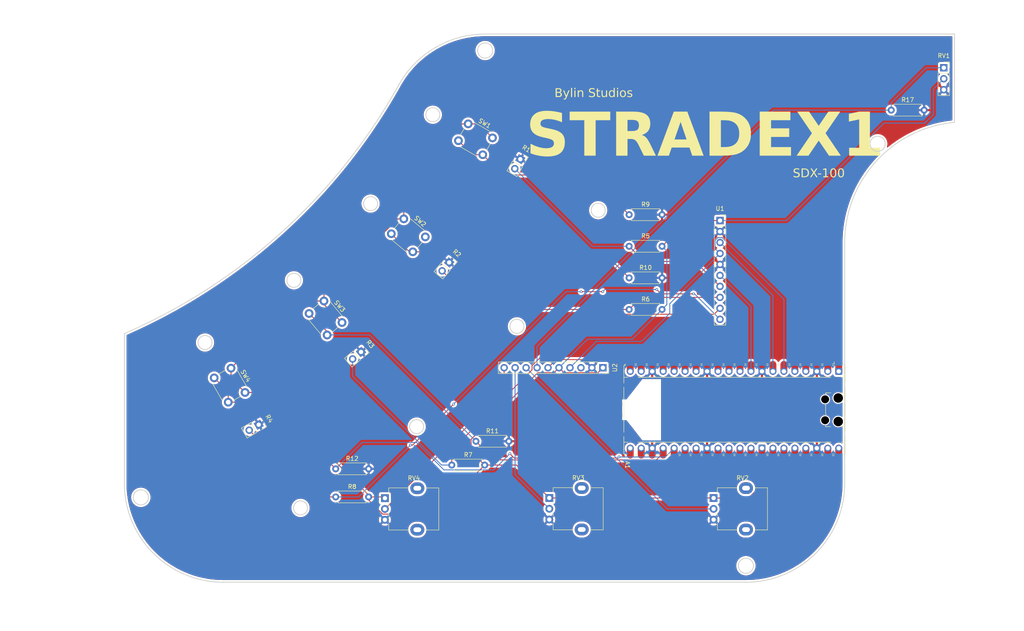
<source format=kicad_pcb>
(kicad_pcb (version 20241229) (generator "pcbnew") (generator_version "9.0")
  (layers (0 "F.Cu" signal) (2 "B.Cu" signal) (13 "F.Paste" user) (15 "B.Paste" user) (5 "F.SilkS" user "F.Silkscreen") (7 "B.SilkS" user "B.Silkscreen") (1 "F.Mask" user) (3 "B.Mask" user) (25 "Edge.Cuts" user))
  (net 0 "")
  (net 3 "GND")
  (net 8 "/SCL")
  (net 9 "+3.3V")
  (net 11 "/Vin")
  (net 13 "/SDA")
  (net 21 "/PB3")
  (net 23 "/PB2")
  (net 25 "/ALRT1")
  (net 27 "/PB4")
  (net 30 "/PB1")
  (net 32 "/ALRT2")
  (net 35 "/FSR1")
  (net 36 "/FSR2")
  (net 37 "/FSR3")
  (net 38 "/FSR4")
  (net 39 "/SPot")
  (net 40 "/P1")
  (net 41 "/P2")
  (net 42 "/P3")
  (footprint "Button_Switch_THT:SW_PUSH_6mm" (layer "F.Cu") (at 87.97574 94.158883 -50)
    (property "Reference" "SW3" (at 3.25 -2 130) (layer "F.SilkS"))
    (property "Value" "SW_Push")
    (pad "1" thru_hole circle (at 0 0 40) (size 2 2) (drill 1.1) (layers "*.Cu" "*.Mask") (net 9 "+3.3V"))
    (pad "1" thru_hole circle (at 6.5 -0.000001 40) (size 2 2) (drill 1.1) (layers "*.Cu" "*.Mask") (net 9 "+3.3V"))
    (pad "2" thru_hole circle (at 0 4.5 40) (size 2 2) (drill 1.1) (layers "*.Cu" "*.Mask") (net 21 "/PB3"))
    (pad "2" thru_hole circle (at 6.500001 4.5 40) (size 2 2) (drill 1.1) (layers "*.Cu" "*.Mask") (net 21 "/PB3"))
  )
  (footprint "Connector_PinSocket_2.54mm:PinSocket_1x03_P2.54mm_Vertical" (layer "F.Cu") (at 231.4194 40.1828)
    (property "Reference" "RV1" (at 0 -2.77 0) (layer "F.SilkS"))
    (property "Value" "SoftPot")
    (pad "1" thru_hole rect (at 0 0) (size 1.7 1.7) (drill 1) (layers "*.Cu" "*.Mask") (net 39 "/SPot"))
    (pad "2" thru_hole circle (at 0 2.54) (size 1.7 1.7) (drill 1) (layers "*.Cu" "*.Mask") (net 9 "+3.3V"))
    (pad "3" thru_hole circle (at 0 5.08) (size 1.7 1.7) (drill 1) (layers "*.Cu" "*.Mask") (net 3 "GND"))
  )
  (footprint "Connector_PinSocket_2.54mm:PinSocket_1x10_P2.54mm_Vertical" (layer "F.Cu") (at 179.6288 75.5396)
    (property "Reference" "U1" (at 0 -2.77 0) (layer "F.SilkS"))
    (property "Value" "ADS1115IDGS")
    (pad "1" thru_hole rect (at 0 0) (size 1.7 1.7) (drill 1) (layers "*.Cu" "*.Mask") (net 9 "+3.3V"))
    (pad "2" thru_hole circle (at 0 2.54) (size 1.7 1.7) (drill 1) (layers "*.Cu" "*.Mask") (net 3 "GND"))
    (pad "3" thru_hole circle (at 0 5.08) (size 1.7 1.7) (drill 1) (layers "*.Cu" "*.Mask") (net 8 "/SCL"))
    (pad "4" thru_hole circle (at 0 7.62) (size 1.7 1.7) (drill 1) (layers "*.Cu" "*.Mask") (net 13 "/SDA"))
    (pad "5" thru_hole circle (at 0 10.16) (size 1.7 1.7) (drill 1) (layers "*.Cu" "*.Mask") (net 3 "GND"))
    (pad "6" thru_hole circle (at 0 12.7) (size 1.7 1.7) (drill 1) (layers "*.Cu" "*.Mask") (net 25 "/ALRT1"))
    (pad "7" thru_hole circle (at 0 15.24) (size 1.7 1.7) (drill 1) (layers "*.Cu" "*.Mask") (net 35 "/FSR1"))
    (pad "8" thru_hole circle (at 0 17.78) (size 1.7 1.7) (drill 1) (layers "*.Cu" "*.Mask") (net 36 "/FSR2"))
    (pad "9" thru_hole circle (at 0 20.32) (size 1.7 1.7) (drill 1) (layers "*.Cu" "*.Mask") (net 37 "/FSR3"))
    (pad "10" thru_hole circle (at 0 22.86) (size 1.7 1.7) (drill 1) (layers "*.Cu" "*.Mask") (net 38 "/FSR4"))
  )
  (footprint "Connector_PinSocket_2.54mm:PinSocket_1x02_P2.54mm_Vertical" (layer "F.Cu") (at 133.412451 61.337768 -30)
    (property "Reference" "R1" (at 0 -2.769998 150) (layer "F.SilkS"))
    (property "Value" "FSR")
    (pad "1" thru_hole rect (at 0 0 330) (size 1.7 1.7) (drill 1) (layers "*.Cu" "*.Mask") (net 3 "GND"))
    (pad "2" thru_hole circle (at 0 2.54 330) (size 1.7 1.7) (drill 1) (layers "*.Cu" "*.Mask") (net 35 "/FSR1"))
  )
  (footprint "Resistor_THT:R_Axial_DIN0207_L6.3mm_D2.5mm_P7.62mm_Horizontal" (layer "F.Cu") (at 158.5976 74.182777)
    (property "Reference" "R9" (at 3.81 -2.37 0) (layer "F.SilkS"))
    (property "Value" "10k")
    (pad "1" thru_hole circle (at 0 0) (size 1.6 1.6) (drill 0.8) (layers "*.Cu" "*.Mask") (net 30 "/PB1"))
    (pad "2" thru_hole oval (at 7.62 0) (size 1.6 1.6) (drill 0.8) (layers "*.Cu" "*.Mask") (net 3 "GND"))
  )
  (footprint "Connector_PinSocket_2.54mm:PinSocket_1x02_P2.54mm_Vertical" (layer "F.Cu") (at 72.875432 122.789851 -60)
    (property "Reference" "R4" (at -0.000002 -2.769999 120) (layer "F.SilkS"))
    (property "Value" "FSR")
    (pad "1" thru_hole rect (at 0 0 300) (size 1.7 1.7) (drill 1) (layers "*.Cu" "*.Mask") (net 3 "GND"))
    (pad "2" thru_hole circle (at 0 2.54 300) (size 1.7 1.7) (drill 1) (layers "*.Cu" "*.Mask") (net 38 "/FSR4"))
  )
  (footprint "Button_Switch_THT:SW_PUSH_6mm" (layer "F.Cu") (at 121.345435 53.1634 -30)
    (property "Reference" "SW1" (at 3.249999 -2 150) (layer "F.SilkS"))
    (property "Value" "SW_Push")
    (pad "1" thru_hole circle (at 0 0 60) (size 2 2) (drill 1.1) (layers "*.Cu" "*.Mask") (net 9 "+3.3V"))
    (pad "1" thru_hole circle (at 6.5 0 60) (size 2 2) (drill 1.1) (layers "*.Cu" "*.Mask") (net 9 "+3.3V"))
    (pad "2" thru_hole circle (at -0.000001 4.499999 60) (size 2 2) (drill 1.1) (layers "*.Cu" "*.Mask") (net 30 "/PB1"))
    (pad "2" thru_hole circle (at 6.500001 4.5 60) (size 2 2) (drill 1.1) (layers "*.Cu" "*.Mask") (net 30 "/PB1"))
  )
  (footprint "Connector_PinSocket_2.54mm:PinSocket_1x02_P2.54mm_Vertical" (layer "F.Cu") (at 96.553825 105.946467 -50)
    (property "Reference" "R3" (at -0.000001 -2.769999 130) (layer "F.SilkS"))
    (property "Value" "FSR")
    (pad "1" thru_hole rect (at 0 0 310) (size 1.7 1.7) (drill 1) (layers "*.Cu" "*.Mask") (net 3 "GND"))
    (pad "2" thru_hole circle (at 0 2.54 310) (size 1.7 1.7) (drill 1) (layers "*.Cu" "*.Mask") (net 37 "/FSR3"))
  )
  (footprint "Resistor_THT:R_Axial_DIN0207_L6.3mm_D2.5mm_P7.62mm_Horizontal" (layer "F.Cu") (at 158.5976 88.806096)
    (property "Reference" "R10" (at 3.81 -2.37 0) (layer "F.SilkS"))
    (property "Value" "10k")
    (pad "1" thru_hole circle (at 0 0) (size 1.6 1.6) (drill 0.8) (layers "*.Cu" "*.Mask") (net 23 "/PB2"))
    (pad "2" thru_hole oval (at 7.62 0) (size 1.6 1.6) (drill 0.8) (layers "*.Cu" "*.Mask") (net 3 "GND"))
  )
  (footprint "Potentiometer_THT:Potentiometer_Alpha_RD901F-40-00D_Single_Vertical" (layer "F.Cu") (at 140.1248 139.7406)
    (property "Reference" "RV3" (at 6.71 -4.64 180) (layer "F.SilkS"))
    (property "Value" "R_Pot")
    (pad "" thru_hole oval (at 7.5 -2.3 90) (size 2.72 3.24) (drill oval 1.1 1.8) (layers "*.Cu" "*.Mask"))
    (pad "" thru_hole oval (at 7.5 7.3 90) (size 2.72 3.24) (drill oval 1.1 1.8) (layers "*.Cu" "*.Mask"))
    (pad "1" thru_hole rect (at 0 0 90) (size 1.8 1.8) (drill 1) (layers "*.Cu" "*.Mask") (net 9 "+3.3V"))
    (pad "2" thru_hole circle (at 0 2.5 90) (size 1.8 1.8) (drill 1) (layers "*.Cu" "*.Mask") (net 41 "/P2"))
    (pad "3" thru_hole circle (at 0 5 90) (size 1.8 1.8) (drill 1) (layers "*.Cu" "*.Mask") (net 3 "GND"))
  )
  (footprint "Resistor_THT:R_Axial_DIN0207_L6.3mm_D2.5mm_P7.62mm_Horizontal" (layer "F.Cu") (at 90.69 139.5)
    (property "Reference" "R8" (at 3.81 -2.37 0) (layer "F.SilkS"))
    (property "Value" "10k")
    (pad "1" thru_hole circle (at 0 0) (size 1.6 1.6) (drill 0.8) (layers "*.Cu" "*.Mask") (net 38 "/FSR4"))
    (pad "2" thru_hole oval (at 7.62 0) (size 1.6 1.6) (drill 0.8) (layers "*.Cu" "*.Mask") (net 9 "+3.3V"))
  )
  (footprint "Resistor_THT:R_Axial_DIN0207_L6.3mm_D2.5mm_P7.62mm_Horizontal" (layer "F.Cu") (at 158.597601 81.494439)
    (property "Reference" "R5" (at 3.81 -2.37 0) (layer "F.SilkS"))
    (property "Value" "10k")
    (pad "1" thru_hole circle (at 0 0) (size 1.6 1.6) (drill 0.8) (layers "*.Cu" "*.Mask") (net 35 "/FSR1"))
    (pad "2" thru_hole oval (at 7.62 0) (size 1.6 1.6) (drill 0.8) (layers "*.Cu" "*.Mask") (net 9 "+3.3V"))
  )
  (footprint "Resistor_THT:R_Axial_DIN0207_L6.3mm_D2.5mm_P7.62mm_Horizontal" (layer "F.Cu") (at 117.5512 132.1308)
    (property "Reference" "R7" (at 3.81 -2.37 0) (layer "F.SilkS"))
    (property "Value" "10k")
    (pad "1" thru_hole circle (at 0 0) (size 1.6 1.6) (drill 0.8) (layers "*.Cu" "*.Mask") (net 37 "/FSR3"))
    (pad "2" thru_hole oval (at 7.62 0) (size 1.6 1.6) (drill 0.8) (layers "*.Cu" "*.Mask") (net 9 "+3.3V"))
  )
  (footprint "Connector_PinSocket_2.54mm:PinSocket_1x10_P2.54mm_Vertical" (layer "F.Cu") (at 152.527 109.6006 -90)
    (property "Reference" "U2" (at 0 -2.77 90) (layer "F.SilkS"))
    (property "Value" "ADS1115IDGS")
    (pad "1" thru_hole rect (at 0 0 270) (size 1.7 1.7) (drill 1) (layers "*.Cu" "*.Mask") (net 9 "+3.3V"))
    (pad "2" thru_hole circle (at 0 2.54 270) (size 1.7 1.7) (drill 1) (layers "*.Cu" "*.Mask") (net 3 "GND"))
    (pad "3" thru_hole circle (at 0 5.08 270) (size 1.7 1.7) (drill 1) (layers "*.Cu" "*.Mask") (net 8 "/SCL"))
    (pad "4" thru_hole circle (at 0 7.62 270) (size 1.7 1.7) (drill 1) (layers "*.Cu" "*.Mask") (net 13 "/SDA"))
    (pad "5" thru_hole circle (at 0 10.16 270) (size 1.7 1.7) (drill 1) (layers "*.Cu" "*.Mask") (net 9 "+3.3V"))
    (pad "6" thru_hole circle (at 0 12.7 270) (size 1.7 1.7) (drill 1) (layers "*.Cu" "*.Mask") (net 32 "/ALRT2"))
    (pad "7" thru_hole circle (at 0 15.24 270) (size 1.7 1.7) (drill 1) (layers "*.Cu" "*.Mask") (net 39 "/SPot"))
    (pad "8" thru_hole circle (at 0 17.78 270) (size 1.7 1.7) (drill 1) (layers "*.Cu" "*.Mask") (net 40 "/P1"))
    (pad "9" thru_hole circle (at 0 20.32 270) (size 1.7 1.7) (drill 1) (layers "*.Cu" "*.Mask") (net 41 "/P2"))
    (pad "10" thru_hole circle (at 0 22.86 270) (size 1.7 1.7) (drill 1) (layers "*.Cu" "*.Mask") (net 42 "/P3"))
  )
  (footprint "Button_Switch_THT:SW_PUSH_6mm" (layer "F.Cu") (at 66.465157 109.700017 -60)
    (property "Reference" "SW4" (at 3.25 -2 120) (layer "F.SilkS"))
    (property "Value" "SW_Push")
    (pad "1" thru_hole circle (at 0 0 30) (size 2 2) (drill 1.1) (layers "*.Cu" "*.Mask") (net 9 "+3.3V"))
    (pad "1" thru_hole circle (at 6.5 -0.000001 30) (size 2 2) (drill 1.1) (layers "*.Cu" "*.Mask") (net 9 "+3.3V"))
    (pad "2" thru_hole circle (at 0 4.5 30) (size 2 2) (drill 1.1) (layers "*.Cu" "*.Mask") (net 27 "/PB4"))
    (pad "2" thru_hole circle (at 6.500001 4.5 30) (size 2 2) (drill 1.1) (layers "*.Cu" "*.Mask") (net 27 "/PB4"))
  )
  (footprint "Potentiometer_THT:Potentiometer_Alpha_RD901F-40-00D_Single_Vertical" (layer "F.Cu") (at 178.1456 139.7654)
    (property "Reference" "RV2" (at 6.71 -4.64 180) (layer "F.SilkS"))
    (property "Value" "R_Pot")
    (pad "" thru_hole oval (at 7.5 -2.3 90) (size 2.72 3.24) (drill oval 1.1 1.8) (layers "*.Cu" "*.Mask"))
    (pad "" thru_hole oval (at 7.5 7.3 90) (size 2.72 3.24) (drill oval 1.1 1.8) (layers "*.Cu" "*.Mask"))
    (pad "1" thru_hole rect (at 0 0 90) (size 1.8 1.8) (drill 1) (layers "*.Cu" "*.Mask") (net 9 "+3.3V"))
    (pad "2" thru_hole circle (at 0 2.5 90) (size 1.8 1.8) (drill 1) (layers "*.Cu" "*.Mask") (net 40 "/P1"))
    (pad "3" thru_hole circle (at 0 5 90) (size 1.8 1.8) (drill 1) (layers "*.Cu" "*.Mask") (net 3 "GND"))
  )
  (footprint "Resistor_THT:R_Axial_DIN0207_L6.3mm_D2.5mm_P7.62mm_Horizontal" (layer "F.Cu") (at 158.597601 96.117758)
    (property "Reference" "R6" (at 3.81 -2.37 0) (layer "F.SilkS"))
    (property "Value" "10k")
    (pad "1" thru_hole circle (at 0 0) (size 1.6 1.6) (drill 0.8) (layers "*.Cu" "*.Mask") (net 36 "/FSR2"))
    (pad "2" thru_hole oval (at 7.62 0) (size 1.6 1.6) (drill 0.8) (layers "*.Cu" "*.Mask") (net 9 "+3.3V"))
  )
  (footprint "Button_Switch_THT:SW_PUSH_6mm" (layer "F.Cu") (at 106.450511 75.146081 -40)
    (property "Reference" "SW2" (at 3.25 -2 140) (layer "F.SilkS"))
    (property "Value" "SW_Push")
    (pad "1" thru_hole circle (at 0 0 50) (size 2 2) (drill 1.1) (layers "*.Cu" "*.Mask") (net 9 "+3.3V"))
    (pad "1" thru_hole circle (at 6.5 0 50) (size 2 2) (drill 1.1) (layers "*.Cu" "*.Mask") (net 9 "+3.3V"))
    (pad "2" thru_hole circle (at 0 4.5 50) (size 2 2) (drill 1.1) (layers "*.Cu" "*.Mask") (net 23 "/PB2"))
    (pad "2" thru_hole circle (at 6.500001 4.5 50) (size 2 2) (drill 1.1) (layers "*.Cu" "*.Mask") (net 23 "/PB2"))
  )
  (footprint "Potentiometer_THT:Potentiometer_Alpha_RD901F-40-00D_Single_Vertical" (layer "F.Cu") (at 102.0756 139.7908)
    (property "Reference" "RV4" (at 6.71 -4.64 180) (layer "F.SilkS"))
    (property "Value" "R_Pot")
    (pad "" thru_hole oval (at 7.5 -2.3 90) (size 2.72 3.24) (drill oval 1.1 1.8) (layers "*.Cu" "*.Mask"))
    (pad "" thru_hole oval (at 7.5 7.3 90) (size 2.72 3.24) (drill oval 1.1 1.8) (layers "*.Cu" "*.Mask"))
    (pad "1" thru_hole rect (at 0 0 90) (size 1.8 1.8) (drill 1) (layers "*.Cu" "*.Mask") (net 9 "+3.3V"))
    (pad "2" thru_hole circle (at 0 2.5 90) (size 1.8 1.8) (drill 1) (layers "*.Cu" "*.Mask") (net 42 "/P3"))
    (pad "3" thru_hole circle (at 0 5 90) (size 1.8 1.8) (drill 1) (layers "*.Cu" "*.Mask") (net 3 "GND"))
  )
  (footprint "Resistor_THT:R_Axial_DIN0207_L6.3mm_D2.5mm_P7.62mm_Horizontal" (layer "F.Cu") (at 123.1392 126.619)
    (property "Reference" "R11" (at 3.81 -2.37 0) (layer "F.SilkS"))
    (property "Value" "10k")
    (pad "1" thru_hole circle (at 0 0) (size 1.6 1.6) (drill 0.8) (layers "*.Cu" "*.Mask") (net 21 "/PB3"))
    (pad "2" thru_hole oval (at 7.62 0) (size 1.6 1.6) (drill 0.8) (layers "*.Cu" "*.Mask") (net 3 "GND"))
  )
  (footprint "Connector_PinSocket_2.54mm:PinSocket_1x02_P2.54mm_Vertical" (layer "F.Cu") (at 116.951436 85.240714 -40)
    (property "Reference" "R2" (at 0 -2.769999 140) (layer "F.SilkS"))
    (property "Value" "FSR")
    (pad "1" thru_hole rect (at 0 0 320) (size 1.7 1.7) (drill 1) (layers "*.Cu" "*.Mask") (net 3 "GND"))
    (pad "2" thru_hole circle (at 0 2.54 320) (size 1.7 1.7) (drill 1) (layers "*.Cu" "*.Mask") (net 36 "/FSR2"))
  )
  (footprint "Module:RaspberryPi_Pico_Common_Unspecified" (layer "F.Cu") (at 182.9851 119.3292 -90)
    (property "Reference" "A1" (at 11.7475 24.765 270) (layer "F.SilkS") (effects (justify left)))
    (property "Value" "RaspberryPi_Pico")
    (pad "" np_thru_hole circle (at -2.725 -24 270) (size 2.2 2.2) (drill 2.2) (layers "*.Mask"))
    (pad "" np_thru_hole circle (at -2.425 -20.97 270) (size 1.85 1.85) (drill 1.85) (layers "*.Mask"))
    (pad "" np_thru_hole circle (at 2.425 -20.97 270) (size 1.85 1.85) (drill 1.85) (layers "*.Mask"))
    (pad "" np_thru_hole circle (at 2.725 -24 270) (size 2.2 2.2) (drill 2.2) (layers "*.Mask"))
    (pad "1" smd custom (at -9.69 -24.13 270) (size 1.6 0.8) (layers "F.Cu" "F.Mask") (options (clearance outline) (anchor rect)) (primitives (gr_circle (center 0.8 0) (end 1.6 0) (width 0) (fill yes)) (gr_poly (pts (xy -1.6 -0.6) (xy -1.6 0.6) (xy -1.4 0.8) (xy 0.8 0.8) (xy 0.8 -0.8) (xy -1.4 -0.8)) (width 0) (fill yes)) (gr_circle (center -1.4 -0.6) (end -1.2 -0.6) (width 0) (fill yes)) (gr_circle (center -1.4 0.6) (end -1.2 0.6) (width 0) (fill yes))))
    (pad "1" thru_hole roundrect (at -8.89 -24.13 270) (size 1.6 1.6) (drill 1) (layers "*.Cu" "*.Mask") (roundrect_rratio 0.125))
    (pad "2" smd roundrect (at -9.69 -21.59 270) (size 3.2 1.6) (layers "F.Cu" "F.Mask") (roundrect_rratio 0.5))
    (pad "2" thru_hole circle (at -8.89 -21.59 270) (size 1.6 1.6) (drill 1) (layers "*.Cu" "*.Mask"))
    (pad "3" smd custom (at -9.69 -19.05 270) (size 1.6 0.8) (layers "F.Cu" "F.Mask") (net 3 "GND") (options (clearance outline) (anchor rect)) (primitives (gr_circle (center -0.8 0) (end 0 0) (width 0) (fill yes)) (gr_poly (pts (xy 1.6 -0.6) (xy 1.6 0.6) (xy 1.4 0.8) (xy -0.8 0.8) (xy -0.8 -0.8) (xy 1.4 -0.8)) (width 0) (fill yes)) (gr_circle (center 1.4 -0.6) (end 1.6 -0.6) (width 0) (fill yes)) (gr_circle (center 1.4 0.6) (end 1.6 0.6) (width 0) (fill yes))))
    (pad "3" thru_hole custom (at -8.89 -19.05 270) (size 1.6 1.6) (drill 1) (layers "*.Cu" "*.Mask") (net 3 "GND") (options (clearance outline) (anchor circle)) (primitives (gr_poly (pts (xy 0.8 0.6) (xy 0.8 -0.6) (xy 0.6 -0.8) (xy 0 -0.8) (xy 0 0.8) (xy 0.6 0.8)) (width 0) (fill yes)) (gr_circle (center 0.6 0.6) (end 0.8 0.6) (width 0) (fill yes)) (gr_circle (center 0.6 -0.6) (end 0.8 -0.6) (width 0) (fill yes))))
    (pad "4" smd roundrect (at -9.69 -16.51 270) (size 3.2 1.6) (layers "F.Cu" "F.Mask") (roundrect_rratio 0.5))
    (pad "4" thru_hole circle (at -8.89 -16.51 270) (size 1.6 1.6) (drill 1) (layers "*.Cu" "*.Mask"))
    (pad "5" smd roundrect (at -9.69 -13.97 270) (size 3.2 1.6) (layers "F.Cu" "F.Mask") (roundrect_rratio 0.5))
    (pad "5" thru_hole circle (at -8.89 -13.97 270) (size 1.6 1.6) (drill 1) (layers "*.Cu" "*.Mask"))
    (pad "6" smd roundrect (at -9.69 -11.43 270) (size 3.2 1.6) (layers "F.Cu" "F.Mask") (roundrect_rratio 0.5) (net 13 "/SDA"))
    (pad "6" thru_hole circle (at -8.89 -11.43 270) (size 1.6 1.6) (drill 1) (layers "*.Cu" "*.Mask") (net 13 "/SDA"))
    (pad "7" smd roundrect (at -9.69 -8.89 270) (size 3.2 1.6) (layers "F.Cu" "F.Mask") (roundrect_rratio 0.5) (net 8 "/SCL"))
    (pad "7" thru_hole circle (at -8.89 -8.89 270) (size 1.6 1.6) (drill 1) (layers "*.Cu" "*.Mask") (net 8 "/SCL"))
    (pad "8" smd custom (at -9.69 -6.35 270) (size 1.6 0.8) (layers "F.Cu" "F.Mask") (net 3 "GND") (options (clearance outline) (anchor rect)) (primitives (gr_circle (center -0.8 0) (end 0 0) (width 0) (fill yes)) (gr_poly (pts (xy 1.6 -0.6) (xy 1.6 0.6) (xy 1.4 0.8) (xy -0.8 0.8) (xy -0.8 -0.8) (xy 1.4 -0.8)) (width 0) (fill yes)) (gr_circle (center 1.4 -0.6) (end 1.6 -0.6) (width 0) (fill yes)) (gr_circle (center 1.4 0.6) (end 1.6 0.6) (width 0) (fill yes))))
    (pad "8" thru_hole custom (at -8.89 -6.35 270) (size 1.6 1.6) (drill 1) (layers "*.Cu" "*.Mask") (net 3 "GND") (options (clearance outline) (anchor circle)) (primitives (gr_poly (pts (xy 0.8 0.6) (xy 0.8 -0.6) (xy 0.6 -0.8) (xy 0 -0.8) (xy 0 0.8) (xy 0.6 0.8)) (width 0) (fill yes)) (gr_circle (center 0.6 0.6) (end 0.8 0.6) (width 0) (fill yes)) (gr_circle (center 0.6 -0.6) (end 0.8 -0.6) (width 0) (fill yes))))
    (pad "9" smd roundrect (at -9.69 -3.81 270) (size 3.2 1.6) (layers "F.Cu" "F.Mask") (roundrect_rratio 0.5) (net 25 "/ALRT1"))
    (pad "9" thru_hole circle (at -8.89 -3.81 270) (size 1.6 1.6) (drill 1) (layers "*.Cu" "*.Mask") (net 25 "/ALRT1"))
    (pad "10" smd roundrect (at -9.69 -1.27 270) (size 3.2 1.6) (layers "F.Cu" "F.Mask") (roundrect_rratio 0.5) (net 32 "/ALRT2"))
    (pad "10" thru_hole circle (at -8.89 -1.27 270) (size 1.6 1.6) (drill 1) (layers "*.Cu" "*.Mask") (net 32 "/ALRT2"))
    (pad "11" smd roundrect (at -9.69 1.27 270) (size 3.2 1.6) (layers "F.Cu" "F.Mask") (roundrect_rratio 0.5))
    (pad "11" thru_hole circle (at -8.89 1.27 270) (size 1.6 1.6) (drill 1) (layers "*.Cu" "*.Mask"))
    (pad "12" smd roundrect (at -9.69 3.81 270) (size 3.2 1.6) (layers "F.Cu" "F.Mask") (roundrect_rratio 0.5))
    (pad "12" thru_hole circle (at -8.89 3.81 270) (size 1.6 1.6) (drill 1) (layers "*.Cu" "*.Mask"))
    (pad "13" smd custom (at -9.69 6.35 270) (size 1.6 0.8) (layers "F.Cu" "F.Mask") (net 3 "GND") (options (clearance outline) (anchor rect)) (primitives (gr_circle (center -0.8 0) (end 0 0) (width 0) (fill yes)) (gr_poly (pts (xy 1.6 -0.6) (xy 1.6 0.6) (xy 1.4 0.8) (xy -0.8 0.8) (xy -0.8 -0.8) (xy 1.4 -0.8)) (width 0) (fill yes)) (gr_circle (center 1.4 -0.6) (end 1.6 -0.6) (width 0) (fill yes)) (gr_circle (center 1.4 0.6) (end 1.6 0.6) (width 0) (fill yes))))
    (pad "13" thru_hole custom (at -8.89 6.35 270) (size 1.6 1.6) (drill 1) (layers "*.Cu" "*.Mask") (net 3 "GND") (options (clearance outline) (anchor circle)) (primitives (gr_poly (pts (xy 0.8 0.6) (xy 0.8 -0.6) (xy 0.6 -0.8) (xy 0 -0.8) (xy 0 0.8) (xy 0.6 0.8)) (width 0) (fill yes)) (gr_circle (center 0.6 0.6) (end 0.8 0.6) (width 0) (fill yes)) (gr_circle (center 0.6 -0.6) (end 0.8 -0.6) (width 0) (fill yes))))
    (pad "14" smd roundrect (at -9.69 8.89 270) (size 3.2 1.6) (layers "F.Cu" "F.Mask") (roundrect_rratio 0.5))
    (pad "14" thru_hole circle (at -8.89 8.89 270) (size 1.6 1.6) (drill 1) (layers "*.Cu" "*.Mask"))
    (pad "15" smd roundrect (at -9.69 11.43 270) (size 3.2 1.6) (layers "F.Cu" "F.Mask") (roundrect_rratio 0.5))
    (pad "15" thru_hole circle (at -8.89 11.43 270) (size 1.6 1.6) (drill 1) (layers "*.Cu" "*.Mask"))
    (pad "16" smd roundrect (at -9.69 13.97 270) (size 3.2 1.6) (layers "F.Cu" "F.Mask") (roundrect_rratio 0.5))
    (pad "16" thru_hole circle (at -8.89 13.97 270) (size 1.6 1.6) (drill 1) (layers "*.Cu" "*.Mask"))
    (pad "17" smd roundrect (at -9.69 16.51 270) (size 3.2 1.6) (layers "F.Cu" "F.Mask") (roundrect_rratio 0.5))
    (pad "17" thru_hole circle (at -8.89 16.51 270) (size 1.6 1.6) (drill 1) (layers "*.Cu" "*.Mask"))
    (pad "18" smd custom (at -9.69 19.05 270) (size 1.6 0.8) (layers "F.Cu" "F.Mask") (net 3 "GND") (options (clearance outline) (anchor rect)) (primitives (gr_circle (center -0.8 0) (end 0 0) (width 0) (fill yes)) (gr_poly (pts (xy 1.6 -0.6) (xy 1.6 0.6) (xy 1.4 0.8) (xy -0.8 0.8) (xy -0.8 -0.8) (xy 1.4 -0.8)) (width 0) (fill yes)) (gr_circle (center 1.4 -0.6) (end 1.6 -0.6) (width 0) (fill yes)) (gr_circle (center 1.4 0.6) (end 1.6 0.6) (width 0) (fill yes))))
    (pad "18" thru_hole custom (at -8.89 19.05 270) (size 1.6 1.6) (drill 1) (layers "*.Cu" "*.Mask") (net 3 "GND") (options (clearance outline) (anchor circle)) (primitives (gr_poly (pts (xy 0.8 0.6) (xy 0.8 -0.6) (xy 0.6 -0.8) (xy 0 -0.8) (xy 0 0.8) (xy 0.6 0.8)) (width 0) (fill yes)) (gr_circle (center 0.6 0.6) (end 0.8 0.6) (width 0) (fill yes)) (gr_circle (center 0.6 -0.6) (end 0.8 -0.6) (width 0) (fill yes))))
    (pad "19" smd roundrect (at -9.69 21.59 270) (size 3.2 1.6) (layers "F.Cu" "F.Mask") (roundrect_rratio 0.5))
    (pad "19" thru_hole circle (at -8.89 21.59 270) (size 1.6 1.6) (drill 1) (layers "*.Cu" "*.Mask"))
    (pad "20" smd roundrect (at -9.69 24.13 270) (size 3.2 1.6) (layers "F.Cu" "F.Mask") (roundrect_rratio 0.5))
    (pad "20" thru_hole circle (at -8.89 24.13 270) (size 1.6 1.6) (drill 1) (layers "*.Cu" "*.Mask"))
    (pad "21" thru_hole circle (at 8.89 24.13 270) (size 1.6 1.6) (drill 1) (layers "*.Cu" "*.Mask") (net 30 "/PB1"))
    (pad "21" smd roundrect (at 9.69 24.13 270) (size 3.2 1.6) (layers "F.Cu" "F.Mask") (roundrect_rratio 0.5) (net 30 "/PB1"))
    (pad "22" thru_hole circle (at 8.89 21.59 270) (size 1.6 1.6) (drill 1) (layers "*.Cu" "*.Mask") (net 23 "/PB2"))
    (pad "22" smd roundrect (at 9.69 21.59 270) (size 3.2 1.6) (layers "F.Cu" "F.Mask") (roundrect_rratio 0.5) (net 23 "/PB2"))
    (pad "23" thru_hole custom (at 8.89 19.05 270) (size 1.6 1.6) (drill 1) (layers "*.Cu" "*.Mask") (net 3 "GND") (options (clearance outline) (anchor circle)) (primitives (gr_poly (pts (xy -0.8 0.6) (xy -0.8 -0.6) (xy -0.6 -0.8) (xy 0 -0.8) (xy 0 0.8) (xy -0.6 0.8)) (width 0) (fill yes)) (gr_circle (center -0.6 0.6) (end -0.4 0.6) (width 0) (fill yes)) (gr_circle (center -0.6 -0.6) (end -0.4 -0.6) (width 0) (fill yes))))
    (pad "23" smd custom (at 9.69 19.05 270) (size 1.6 0.8) (layers "F.Cu" "F.Mask") (net 3 "GND") (options (clearance outline) (anchor rect)) (primitives (gr_circle (center 0.8 0) (end 1.6 0) (width 0) (fill yes)) (gr_poly (pts (xy -1.6 -0.6) (xy -1.6 0.6) (xy -1.4 0.8) (xy 0.8 0.8) (xy 0.8 -0.8) (xy -1.4 -0.8)) (width 0) (fill yes)) (gr_circle (center -1.4 -0.6) (end -1.2 -0.6) (width 0) (fill yes)) (gr_circle (center -1.4 0.6) (end -1.2 0.6) (width 0) (fill yes))))
    (pad "24" thru_hole circle (at 8.89 16.51 270) (size 1.6 1.6) (drill 1) (layers "*.Cu" "*.Mask") (net 21 "/PB3"))
    (pad "24" smd roundrect (at 9.69 16.51 270) (size 3.2 1.6) (layers "F.Cu" "F.Mask") (roundrect_rratio 0.5) (net 21 "/PB3"))
    (pad "25" thru_hole circle (at 8.89 13.97 270) (size 1.6 1.6) (drill 1) (layers "*.Cu" "*.Mask") (net 27 "/PB4"))
    (pad "25" smd roundrect (at 9.69 13.97 270) (size 3.2 1.6) (layers "F.Cu" "F.Mask") (roundrect_rratio 0.5) (net 27 "/PB4"))
    (pad "26" thru_hole circle (at 8.89 11.43 270) (size 1.6 1.6) (drill 1) (layers "*.Cu" "*.Mask"))
    (pad "26" smd roundrect (at 9.69 11.43 270) (size 3.2 1.6) (layers "F.Cu" "F.Mask") (roundrect_rratio 0.5))
    (pad "27" thru_hole circle (at 8.89 8.89 270) (size 1.6 1.6) (drill 1) (layers "*.Cu" "*.Mask"))
    (pad "27" smd roundrect (at 9.69 8.89 270) (size 3.2 1.6) (layers "F.Cu" "F.Mask") (roundrect_rratio 0.5))
    (pad "28" thru_hole custom (at 8.89 6.35 270) (size 1.6 1.6) (drill 1) (layers "*.Cu" "*.Mask") (net 3 "GND") (options (clearance outline) (anchor circle)) (primitives (gr_poly (pts (xy -0.8 0.6) (xy -0.8 -0.6) (xy -0.6 -0.8) (xy 0 -0.8) (xy 0 0.8) (xy -0.6 0.8)) (width 0) (fill yes)) (gr_circle (center -0.6 0.6) (end -0.4 0.6) (width 0) (fill yes)) (gr_circle (center -0.6 -0.6) (end -0.4 -0.6) (width 0) (fill yes))))
    (pad "28" smd custom (at 9.69 6.35 270) (size 1.6 0.8) (layers "F.Cu" "F.Mask") (net 3 "GND") (options (clearance outline) (anchor rect)) (primitives (gr_circle (center 0.8 0) (end 1.6 0) (width 0) (fill yes)) (gr_poly (pts (xy -1.6 -0.6) (xy -1.6 0.6) (xy -1.4 0.8) (xy 0.8 0.8) (xy 0.8 -0.8) (xy -1.4 -0.8)) (width 0) (fill yes)) (gr_circle (center -1.4 -0.6) (end -1.2 -0.6) (width 0) (fill yes)) (gr_circle (center -1.4 0.6) (end -1.2 0.6) (width 0) (fill yes))))
    (pad "29" thru_hole circle (at 8.89 3.81 270) (size 1.6 1.6) (drill 1) (layers "*.Cu" "*.Mask"))
    (pad "29" smd roundrect (at 9.69 3.81 270) (size 3.2 1.6) (layers "F.Cu" "F.Mask") (roundrect_rratio 0.5))
    (pad "30" thru_hole circle (at 8.89 1.27 270) (size 1.6 1.6) (drill 1) (layers "*.Cu" "*.Mask"))
    (pad "30" smd roundrect (at 9.69 1.27 270) (size 3.2 1.6) (layers "F.Cu" "F.Mask") (roundrect_rratio 0.5))
    (pad "31" thru_hole circle (at 8.89 -1.27 270) (size 1.6 1.6) (drill 1) (layers "*.Cu" "*.Mask"))
    (pad "31" smd roundrect (at 9.69 -1.27 270) (size 3.2 1.6) (layers "F.Cu" "F.Mask") (roundrect_rratio 0.5))
    (pad "32" thru_hole circle (at 8.89 -3.81 270) (size 1.6 1.6) (drill 1) (layers "*.Cu" "*.Mask"))
    (pad "32" smd roundrect (at 9.69 -3.81 270) (size 3.2 1.6) (layers "F.Cu" "F.Mask") (roundrect_rratio 0.5))
    (pad "33" thru_hole custom (at 8.89 -6.35 270) (size 1.6 1.6) (drill 1) (layers "*.Cu" "*.Mask") (options (clearance outline) (anchor circle)) (primitives (gr_poly (pts (xy -0.8 0.6) (xy -0.8 -0.6) (xy -0.6 -0.8) (xy 0 -0.8) (xy 0 0.8) (xy -0.6 0.8)) (width 0) (fill yes)) (gr_circle (center -0.6 0.6) (end -0.4 0.6) (width 0) (fill yes)) (gr_circle (center -0.6 -0.6) (end -0.4 -0.6) (width 0) (fill yes))))
    (pad "33" smd custom (at 9.69 -6.35 270) (size 1.6 0.8) (layers "F.Cu" "F.Mask") (options (clearance outline) (anchor rect)) (primitives (gr_circle (center 0.8 0) (end 1.6 0) (width 0) (fill yes)) (gr_poly (pts (xy -1.6 -0.6) (xy -1.6 0.6) (xy -1.4 0.8) (xy 0.8 0.8) (xy 0.8 -0.8) (xy -1.4 -0.8)) (width 0) (fill yes)) (gr_circle (center -1.4 -0.6) (end -1.2 -0.6) (width 0) (fill yes)) (gr_circle (center -1.4 0.6) (end -1.2 0.6) (width 0) (fill yes))))
    (pad "34" thru_hole circle (at 8.89 -8.89 270) (size 1.6 1.6) (drill 1) (layers "*.Cu" "*.Mask"))
    (pad "34" smd roundrect (at 9.69 -8.89 270) (size 3.2 1.6) (layers "F.Cu" "F.Mask") (roundrect_rratio 0.5))
    (pad "35" thru_hole circle (at 8.89 -11.43 270) (size 1.6 1.6) (drill 1) (layers "*.Cu" "*.Mask"))
    (pad "35" smd roundrect (at 9.69 -11.43 270) (size 3.2 1.6) (layers "F.Cu" "F.Mask") (roundrect_rratio 0.5))
    (pad "36" thru_hole circle (at 8.89 -13.97 270) (size 1.6 1.6) (drill 1) (layers "*.Cu" "*.Mask") (net 9 "+3.3V"))
    (pad "36" smd roundrect (at 9.69 -13.97 270) (size 3.2 1.6) (layers "F.Cu" "F.Mask") (roundrect_rratio 0.5) (net 9 "+3.3V"))
    (pad "37" thru_hole circle (at 8.89 -16.51 270) (size 1.6 1.6) (drill 1) (layers "*.Cu" "*.Mask"))
    (pad "37" smd roundrect (at 9.69 -16.51 270) (size 3.2 1.6) (layers "F.Cu" "F.Mask") (roundrect_rratio 0.5))
    (pad "38" thru_hole custom (at 8.89 -19.05 270) (size 1.6 1.6) (drill 1) (layers "*.Cu" "*.Mask") (net 3 "GND") (options (clearance outline) (anchor circle)) (primitives (gr_poly (pts (xy -0.8 0.6) (xy -0.8 -0.6) (xy -0.6 -0.8) (xy 0 -0.8) (xy 0 0.8) (xy -0.6 0.8)) (width 0) (fill yes)) (gr_circle (center -0.6 0.6) (end -0.4 0.6) (width 0) (fill yes)) (gr_circle (center -0.6 -0.6) (end -0.4 -0.6) (width 0) (fill yes))))
    (pad "38" smd custom (at 9.69 -19.05 270) (size 1.6 0.8) (layers "F.Cu" "F.Mask") (net 3 "GND") (options (clearance outline) (anchor rect)) (primitives (gr_circle (center 0.8 0) (end 1.6 0) (width 0) (fill yes)) (gr_poly (pts (xy -1.6 -0.6) (xy -1.6 0.6) (xy -1.4 0.8) (xy 0.8 0.8) (xy 0.8 -0.8) (xy -1.4 -0.8)) (width 0) (fill yes)) (gr_circle (center -1.4 -0.6) (end -1.2 -0.6) (width 0) (fill yes)) (gr_circle (center -1.4 0.6) (end -1.2 0.6) (width 0) (fill yes))))
    (pad "39" thru_hole circle (at 8.89 -21.59 270) (size 1.6 1.6) (drill 1) (layers "*.Cu" "*.Mask"))
    (pad "39" smd roundrect (at 9.69 -21.59 270) (size 3.2 1.6) (layers "F.Cu" "F.Mask") (roundrect_rratio 0.5))
    (pad "40" thru_hole circle (at 8.89 -24.13 270) (size 1.6 1.6) (drill 1) (layers "*.Cu" "*.Mask") (net 11 "/Vin"))
    (pad "40" smd roundrect (at 9.69 -24.13 270) (size 3.2 1.6) (layers "F.Cu" "F.Mask") (roundrect_rratio 0.5) (net 11 "/Vin"))
    (zone (net 0) (net_name "") (layers "F.Cu" "B.Cu" "F.Paste" "B.Paste") (name "Antenna Copper Keep Out") (connect_pads (clearance 0)) (min_thickness 0.254)
      (keepout (tracks not_allowed) (vias not_allowed) (pads not_allowed) (copperpour not_allowed) (footprints allowed))
      (fill (thermal_gap 0.508) (thermal_bridge_width 0.508))
      (polygon (pts (xy 157.995205 116.9292) (xy 161.645205 112.2292) (xy 165.9851 112.2292) (xy 165.9851 126.4292) (xy 161.645205 126.4292) (xy 157.995205 121.7292) (xy 156.9851 121.7292) (xy 156.9851 116.9292)))
    )
    (zone (net 0) (net_name "") (layers "F.Cu" "F.Paste") (name "Pad Keep Out D1-W") (connect_pads (clearance 0)) (min_thickness 0.25)
      (keepout (tracks not_allowed) (vias not_allowed) (pads not_allowed) (copperpour not_allowed) (footprints allowed))
      (fill (thermal_gap 0.5) (thermal_bridge_width 0.5))
      (polygon (pts (xy 176.2977 120.7007) (xy 176.2977 119.9133) (xy 178.2725 119.9133) (xy 178.2725 120.7007) (xy 178.270578 120.7401) (xy 178.240423 120.812902) (xy 178.184702 120.868623) (xy 178.1119 120.898778) (xy 178.0725 120.9007) (xy 176.4977 120.9007) (xy 176.4583 120.898778) (xy 176.385498 120.868623) (xy 176.329777 120.812902) (xy 176.299622 120.7401)))
    )
    (zone (net 0) (net_name "") (layers "F.Cu" "F.Paste") (name "Pad Keep Out D1-W") (connect_pads (clearance 0)) (min_thickness 0.25)
      (keepout (tracks not_allowed) (vias not_allowed) (pads not_allowed) (copperpour not_allowed) (footprints allowed))
      (fill (thermal_gap 0.5) (thermal_bridge_width 0.5))
      (polygon (pts (xy 178.184702 118.957978) (xy 178.240422 119.013698) (xy 178.270578 119.0865) (xy 178.2725 119.1259) (xy 178.2725 119.9133) (xy 176.2977 119.9133) (xy 176.2977 119.1259) (xy 176.299622 119.0865) (xy 176.329778 119.013698) (xy 176.385498 118.957978) (xy 176.4583 118.927822) (xy 176.4977 118.9259) (xy 178.0725 118.9259) (xy 178.1119 118.927822)))
    )
    (zone (net 0) (net_name "") (layers "F.Cu" "F.Paste") (name "Pad Keep Out TP7") (connect_pads (clearance 0)) (min_thickness 0.25)
      (keepout (tracks not_allowed) (vias not_allowed) (pads not_allowed) (copperpour not_allowed) (footprints allowed))
      (fill (thermal_gap 0.5) (thermal_bridge_width 0.5))
      (polygon (pts (xy 187.0351 120.3292) (xy 187.0351 120.7792) (xy 187.037239 120.844745) (xy 187.071167 120.971367) (xy 187.136712 121.084894) (xy 187.229406 121.177588) (xy 187.342933 121.243133) (xy 187.469555 121.277061) (xy 187.5351 121.2792) (xy 188.4351 121.2792) (xy 188.500645 121.277061) (xy 188.627267 121.243133) (xy 188.740794 121.177588) (xy 188.833488 121.084894) (xy 188.899033 120.971367) (xy 188.932961 120.844745) (xy 188.9351 120.7792) (xy 188.9351 120.3292)))
    )
    (zone (net 0) (net_name "") (layers "F.Cu" "F.Paste") (name "Pad Keep Out TP7") (connect_pads (clearance 0)) (min_thickness 0.25)
      (keepout (tracks not_allowed) (vias not_allowed) (pads not_allowed) (copperpour not_allowed) (footprints allowed))
      (fill (thermal_gap 0.5) (thermal_bridge_width 0.5))
      (polygon (pts (xy 188.500645 119.381339) (xy 188.627267 119.415268) (xy 188.740794 119.480812) (xy 188.833488 119.573506) (xy 188.899032 119.687033) (xy 188.932961 119.813655) (xy 188.9351 119.8792) (xy 188.9351 120.3292) (xy 187.0351 120.3292) (xy 187.0351 119.8792) (xy 187.037239 119.813655) (xy 187.071168 119.687033) (xy 187.136712 119.573506) (xy 187.229406 119.480812) (xy 187.342933 119.415268) (xy 187.469555 119.381339) (xy 187.5351 119.3792) (xy 188.4351 119.3792)))
    )
    (zone (net 0) (net_name "") (layers "F.Cu" "F.Paste") (name "Pad Keep Out TP6") (connect_pads (clearance 0)) (min_thickness 0.25)
      (keepout (tracks not_allowed) (vias not_allowed) (pads not_allowed) (copperpour not_allowed) (footprints allowed))
      (fill (thermal_gap 0.5) (thermal_bridge_width 0.5))
      (polygon (pts (xy 193.037239 116.313655) (xy 193.071168 116.187033) (xy 193.136712 116.073506) (xy 193.229406 115.980812) (xy 193.342933 115.915268) (xy 193.469555 115.881339) (xy 193.5351 115.8792) (xy 197.2351 115.8792) (xy 197.2351 117.7792) (xy 193.5351 117.7792) (xy 193.469555 117.777061) (xy 193.342933 117.743132) (xy 193.229406 117.677588) (xy 193.136712 117.584894) (xy 193.071168 117.471367) (xy 193.037239 117.344745) (xy 193.0351 117.2792) (xy 193.0351 116.3792)))
    )
    (zone (net 0) (net_name "") (layers "F.Cu" "F.Paste") (name "Pad Keep Out TP4") (connect_pads (clearance 0)) (min_thickness 0.25)
      (keepout (tracks not_allowed) (vias not_allowed) (pads not_allowed) (copperpour not_allowed) (footprints allowed))
      (fill (thermal_gap 0.5) (thermal_bridge_width 0.5))
      (polygon (pts (xy 197.2351 117.7792) (xy 200.9351 117.7792) (xy 201.000645 117.777061) (xy 201.127267 117.743133) (xy 201.240794 117.677588) (xy 201.333488 117.584894) (xy 201.399033 117.471367) (xy 201.432961 117.344745) (xy 201.4351 117.2792) (xy 201.4351 116.3792) (xy 201.432961 116.313655) (xy 201.399033 116.187033) (xy 201.333488 116.073506) (xy 201.240794 115.980812) (xy 201.127267 115.915267) (xy 201.000645 115.881339) (xy 200.9351 115.8792) (xy 197.2351 115.8792)))
    )
    (zone (net 0) (net_name "") (layers "F.Cu" "F.Paste") (name "Pad Keep Out TP1") (connect_pads (clearance 0)) (min_thickness 0.25)
      (keepout (tracks not_allowed) (vias not_allowed) (pads not_allowed) (copperpour not_allowed) (footprints allowed))
      (fill (thermal_gap 0.5) (thermal_bridge_width 0.5))
      (polygon (pts (xy 203.0351 119.3292) (xy 203.0351 119.7792) (xy 203.037239 119.844745) (xy 203.071167 119.971367) (xy 203.136712 120.084894) (xy 203.229406 120.177588) (xy 203.342933 120.243133) (xy 203.469555 120.277061) (xy 203.5351 120.2792) (xy 204.4351 120.2792) (xy 204.500645 120.277061) (xy 204.627267 120.243133) (xy 204.740794 120.177588) (xy 204.833488 120.084894) (xy 204.899033 119.971367) (xy 204.932961 119.844745) (xy 204.9351 119.7792) (xy 204.9351 119.3292)))
    )
    (zone (net 0) (net_name "") (layers "F.Cu" "F.Paste") (name "Pad Keep Out TP1") (connect_pads (clearance 0)) (min_thickness 0.25)
      (keepout (tracks not_allowed) (vias not_allowed) (pads not_allowed) (copperpour not_allowed) (footprints allowed))
      (fill (thermal_gap 0.5) (thermal_bridge_width 0.5))
      (polygon (pts (xy 204.500645 118.381339) (xy 204.627267 118.415268) (xy 204.740794 118.480812) (xy 204.833488 118.573506) (xy 204.899032 118.687033) (xy 204.932961 118.813655) (xy 204.9351 118.8792) (xy 204.9351 119.3292) (xy 203.0351 119.3292) (xy 203.0351 118.8792) (xy 203.037239 118.813655) (xy 203.071168 118.687033) (xy 203.136712 118.573506) (xy 203.229406 118.480812) (xy 203.342933 118.415268) (xy 203.469555 118.381339) (xy 203.5351 118.3792) (xy 204.4351 118.3792)))
    )
    (zone (net 0) (net_name "") (layers "F.Cu" "F.Paste") (name "Pad Keep Out TP2") (connect_pads (clearance 0)) (min_thickness 0.25)
      (keepout (tracks not_allowed) (vias not_allowed) (pads not_allowed) (copperpour not_allowed) (footprints allowed))
      (fill (thermal_gap 0.5) (thermal_bridge_width 0.5))
      (polygon (pts (xy 206.3201 120.3292) (xy 206.3201 120.7792) (xy 206.322239 120.844745) (xy 206.356167 120.971367) (xy 206.421712 121.084894) (xy 206.514406 121.177588) (xy 206.627933 121.243133) (xy 206.754555 121.277061) (xy 206.8201 121.2792) (xy 207.7201 121.2792) (xy 207.785645 121.277061) (xy 207.912267 121.243133) (xy 208.025794 121.177588) (xy 208.118488 121.084894) (xy 208.184033 120.971367) (xy 208.217961 120.844745) (xy 208.2201 120.7792) (xy 208.2201 120.3292)))
    )
    (zone (net 0) (net_name "") (layers "F.Cu" "F.Paste") (name "Pad Keep Out TP3") (connect_pads (clearance 0)) (min_thickness 0.25)
      (keepout (tracks not_allowed) (vias not_allowed) (pads not_allowed) (copperpour not_allowed) (footprints allowed))
      (fill (thermal_gap 0.5) (thermal_bridge_width 0.5))
      (polygon (pts (xy 206.3351 118.3292) (xy 206.3351 118.7792) (xy 206.337239 118.844745) (xy 206.371167 118.971367) (xy 206.436712 119.084894) (xy 206.529406 119.177588) (xy 206.642933 119.243133) (xy 206.769555 119.277061) (xy 206.8351 119.2792) (xy 207.7351 119.2792) (xy 207.800645 119.277061) (xy 207.927267 119.243133) (xy 208.040794 119.177588) (xy 208.133488 119.084894) (xy 208.199033 118.971367) (xy 208.232961 118.844745) (xy 208.2351 118.7792) (xy 208.2351 118.3292)))
    )
    (zone (net 0) (net_name "") (layers "F.Cu" "F.Paste") (name "Pad Keep Out TP2") (connect_pads (clearance 0)) (min_thickness 0.25)
      (keepout (tracks not_allowed) (vias not_allowed) (pads not_allowed) (copperpour not_allowed) (footprints allowed))
      (fill (thermal_gap 0.5) (thermal_bridge_width 0.5))
      (polygon (pts (xy 207.785645 119.381339) (xy 207.912267 119.415268) (xy 208.025794 119.480812) (xy 208.118488 119.573506) (xy 208.184032 119.687033) (xy 208.217961 119.813655) (xy 208.2201 119.8792) (xy 208.2201 120.3292) (xy 206.3201 120.3292) (xy 206.3201 119.8792) (xy 206.322239 119.813655) (xy 206.356168 119.687033) (xy 206.421712 119.573506) (xy 206.514406 119.480812) (xy 206.627933 119.415268) (xy 206.754555 119.381339) (xy 206.8201 119.3792) (xy 207.7201 119.3792)))
    )
    (zone (net 0) (net_name "") (layers "F.Cu" "F.Paste") (name "Pad Keep Out TP3") (connect_pads (clearance 0)) (min_thickness 0.25)
      (keepout (tracks not_allowed) (vias not_allowed) (pads not_allowed) (copperpour not_allowed) (footprints allowed))
      (fill (thermal_gap 0.5) (thermal_bridge_width 0.5))
      (polygon (pts (xy 207.800645 117.381339) (xy 207.927267 117.415268) (xy 208.040794 117.480812) (xy 208.133488 117.573506) (xy 208.199032 117.687033) (xy 208.232961 117.813655) (xy 208.2351 117.8792) (xy 208.2351 118.3292) (xy 206.3351 118.3292) (xy 206.3351 117.8792) (xy 206.337239 117.813655) (xy 206.371168 117.687033) (xy 206.436712 117.573506) (xy 206.529406 117.480812) (xy 206.642933 117.415268) (xy 206.769555 117.381339) (xy 206.8351 117.3792) (xy 207.7351 117.3792)))
    )
    (zone (net 0) (net_name "") (layers "F.Cu" "F.Paste") (name "Pad Keep Out D2") (connect_pads (clearance 0)) (min_thickness 0.25)
      (keepout (tracks not_allowed) (vias not_allowed) (pads not_allowed) (copperpour not_allowed) (footprints allowed))
      (fill (thermal_gap 0.5) (thermal_bridge_width 0.5))
      (polygon (pts (xy 160.0851 118.7292) (xy 160.0851 119.3292) (arc (start 156.4851 119.3292) (mid 156.777993 118.622093) (end 157.4851 118.3292)) (xy 159.6851 118.3292) (xy 159.748106 118.331393) (xy 159.867952 118.370333) (xy 159.969899 118.444401) (xy 160.043967 118.546348) (xy 160.082907 118.666194)))
    )
    (zone (net 0) (net_name "") (layers "F.Cu" "F.Paste") (name "Pad Keep Out D2") (connect_pads (clearance 0)) (min_thickness 0.25)
      (keepout (tracks not_allowed) (vias not_allowed) (pads not_allowed) (copperpour not_allowed) (footprints allowed))
      (fill (thermal_gap 0.5) (thermal_bridge_width 0.5))
      (polygon (pts (xy 160.0851 119.9292) (xy 160.082638 119.992164) (xy 160.043724 120.111928) (xy 159.969706 120.213806) (xy 159.867828 120.287824) (xy 159.748064 120.326738) (xy 159.6851 120.3292) (arc (start 157.4851 120.3292) (mid 156.777993 120.036307) (end 156.4851 119.3292)) (xy 160.0851 119.3292)))
    )
    (zone (net 0) (net_name "") (layers "F.Cu" "F.Paste") (name "Pad Keep Out D2-W") (connect_pads (clearance 0)) (min_thickness 0.254)
      (keepout (tracks not_allowed) (vias not_allowed) (pads not_allowed) (copperpour not_allowed) (footprints allowed))
      (fill (thermal_gap 0.508) (thermal_bridge_width 0.508))
      (polygon (pts (xy 177.2851 123.445478) (xy 177.477815 123.426582) (xy 177.66319 123.370614) (xy 177.834163 123.279706) (xy 177.984223 123.15732) (xy 178.107653 123.008119) (xy 178.199752 122.837784) (xy 178.257013 122.652805) (xy 178.277254 122.460227) (xy 178.259704 122.267384) (xy 178.205031 122.081624) (xy 178.115319 121.91002) (xy 177.993984 121.759109) (xy 177.845648 121.634641) (xy 177.67596 121.541354) (xy 177.491385 121.482803) (xy 177.298953 121.461219) (xy 177.105993 121.477422) (xy 176.919855 121.530796) (xy 176.747629 121.619308) (xy 176.595875 121.739587) (xy 176.470374 121.887051) (xy 176.375905 122.056082) (xy 176.316067 122.240244) (xy 176.29314 122.432521) (xy 176.307995 122.62559) (xy 176.360069 122.812096) (xy 176.447376 122.984936) (xy 176.566593 123.137525) (xy 176.713177 123.264053) (xy 176.881545 123.3597) (xy 177.065284 123.420822) (xy 177.257397 123.445091)))
    )
    (zone (net 0) (net_name "") (layers "F.Cu" "F.Paste") (name "Pad Keep Out D3-W") (connect_pads (clearance 0)) (min_thickness 0.254)
      (keepout (tracks not_allowed) (vias not_allowed) (pads not_allowed) (copperpour not_allowed) (footprints allowed))
      (fill (thermal_gap 0.508) (thermal_bridge_width 0.508))
      (polygon (pts (xy 177.2851 125.985478) (xy 177.477815 125.966582) (xy 177.66319 125.910614) (xy 177.834163 125.819706) (xy 177.984223 125.69732) (xy 178.107653 125.548119) (xy 178.199752 125.377784) (xy 178.257013 125.192805) (xy 178.277254 125.000227) (xy 178.259704 124.807384) (xy 178.205031 124.621624) (xy 178.115319 124.45002) (xy 177.993984 124.299109) (xy 177.845648 124.174641) (xy 177.67596 124.081354) (xy 177.491385 124.022803) (xy 177.298953 124.001219) (xy 177.105993 124.017422) (xy 176.919855 124.070796) (xy 176.747629 124.159308) (xy 176.595875 124.279587) (xy 176.470374 124.427051) (xy 176.375905 124.596082) (xy 176.316067 124.780244) (xy 176.29314 124.972521) (xy 176.307995 125.16559) (xy 176.360069 125.352096) (xy 176.447376 125.524936) (xy 176.566593 125.677525) (xy 176.713177 125.804053) (xy 176.881545 125.8997) (xy 177.065284 125.960822) (xy 177.257397 125.985091)))
    )
    (zone (net 0) (net_name "") (layers "F.Cu" "F.Paste") (name "Pad Keep Out D1") (connect_pads (clearance 0)) (min_thickness 0.25)
      (keepout (tracks not_allowed) (vias not_allowed) (pads not_allowed) (copperpour not_allowed) (footprints allowed))
      (fill (thermal_gap 0.5) (thermal_bridge_width 0.5))
      (polygon (pts (arc (start 156.4851 116.7892) (mid 156.777993 117.496307) (end 157.4851 117.7892)) (arc (start 159.0851 117.7892) (mid 159.792207 117.496307) (end 160.0851 116.7892))))
    )
    (zone (net 0) (net_name "") (layers "F.Cu" "F.Paste") (name "Pad Keep Out D3") (connect_pads (clearance 0)) (min_thickness 0.25)
      (keepout (tracks not_allowed) (vias not_allowed) (pads not_allowed) (copperpour not_allowed) (footprints allowed))
      (fill (thermal_gap 0.5) (thermal_bridge_width 0.5))
      (polygon (pts (arc (start 156.485175 121.869341) (mid 156.778068 122.576448) (end 157.485175 122.869341)) (arc (start 159.085175 122.869341) (mid 159.792282 122.576448) (end 160.085175 121.869341))))
    )
    (zone (net 0) (net_name "") (layers "F.Cu" "F.Paste") (name "Pad Keep Out D1") (connect_pads (clearance 0)) (min_thickness 0.25)
      (keepout (tracks not_allowed) (vias not_allowed) (pads not_allowed) (copperpour not_allowed) (footprints allowed))
      (fill (thermal_gap 0.5) (thermal_bridge_width 0.5))
      (polygon (pts (arc (start 157.4851 115.7892) (mid 156.777993 116.082093) (end 156.4851 116.7892)) (arc (start 160.0851 116.7892) (mid 159.792207 116.082093) (end 159.0851 115.7892))))
    )
    (zone (net 0) (net_name "") (layers "F.Cu" "F.Paste") (name "Pad Keep Out D3") (connect_pads (clearance 0)) (min_thickness 0.25)
      (keepout (tracks not_allowed) (vias not_allowed) (pads not_allowed) (copperpour not_allowed) (footprints allowed))
      (fill (thermal_gap 0.5) (thermal_bridge_width 0.5))
      (polygon (pts (arc (start 157.485175 120.869341) (mid 156.778068 121.162234) (end 156.485175 121.869341)) (arc (start 160.085175 121.869341) (mid 159.792282 121.162234) (end 159.085175 120.869341))))
    )
  )
  (footprint "Resistor_THT:R_Axial_DIN0207_L6.3mm_D2.5mm_P7.62mm_Horizontal" (layer "F.Cu") (at 219.2528 49.9872)
    (property "Reference" "R17" (at 3.81 -2.37 0) (layer "F.SilkS"))
    (property "Value" "10k")
    (pad "1" thru_hole circle (at 0 0) (size 1.6 1.6) (drill 0.8) (layers "*.Cu" "*.Mask") (net 39 "/SPot"))
    (pad "2" thru_hole oval (at 7.62 0) (size 1.6 1.6) (drill 0.8) (layers "*.Cu" "*.Mask") (net 3 "GND"))
  )
  (footprint "Resistor_THT:R_Axial_DIN0207_L6.3mm_D2.5mm_P7.62mm_Horizontal" (layer "F.Cu") (at 90.689999 132.999998)
    (property "Reference" "R12" (at 3.81 -2.37 0) (layer "F.SilkS"))
    (property "Value" "10k")
    (pad "1" thru_hole circle (at 0 0) (size 1.6 1.6) (drill 0.8) (layers "*.Cu" "*.Mask") (net 27 "/PB4"))
    (pad "2" thru_hole oval (at 7.62 0) (size 1.6 1.6) (drill 0.8) (layers "*.Cu" "*.Mask") (net 3 "GND"))
  )
  (gr_circle (center 185.627416 155.426236) (end 187.380016 155.426236) (stroke (width 0.2)) (fill no) (layer "Edge.Cuts"))
  (gr_circle (center 216.107416 57.785) (end 217.860016 57.785) (stroke (width 0.2)) (fill no) (layer "Edge.Cuts"))
  (gr_circle (center 98.767848 71.617986) (end 100.393448 71.617986) (stroke (width 0.2)) (fill no) (layer "Edge.Cuts"))
  (gr_circle (center 151.441765 73.152) (end 153.067365 73.152) (stroke (width 0.2)) (fill no) (layer "Edge.Cuts"))
  (gr_circle (center 82.550659 142.043105) (end 84.176259 142.043105) (stroke (width 0.2)) (fill no) (layer "Edge.Cuts"))
  (gr_line (start 233.887416 32.385) (end 233.887416 52.820695) (stroke (width 0.2)) (layer "Edge.Cuts"))
  (gr_circle (center 113.166906 51.054) (end 114.792506 51.054) (stroke (width 0.2)) (fill no) (layer "Edge.Cuts"))
  (gr_circle (center 45.593659 139.59715) (end 47.346259 139.59715) (stroke (width 0.2)) (fill no) (layer "Edge.Cuts"))
  (gr_line (start 185.627416 159.236236) (end 64.643655 159.236236) (stroke (width 0.2)) (layer "Edge.Cuts"))
  (gr_line (start 125.272725 32.385) (end 233.887416 32.385) (stroke (width 0.2)) (layer "Edge.Cuts"))
  (gr_arc (start 105.300965 44.122707) (mid 113.689962 35.536665) (end 125.272725 32.385) (stroke (width 0.2)) (layer "Edge.Cuts"))
  (gr_circle (center 60.452659 103.768247) (end 62.078259 103.768247) (stroke (width 0.2)) (fill no) (layer "Edge.Cuts"))
  (gr_arc (start 64.643655 159.236236) (mid 48.479195 152.540698) (end 41.783659 136.376236) (stroke (width 0.2)) (layer "Edge.Cuts"))
  (gr_arc (start 208.487416 80.644936) (mid 215.792345 61.807833) (end 233.887416 52.820695) (stroke (width 0.2)) (layer "Edge.Cuts"))
  (gr_arc (start 208.487416 136.376276) (mid 201.791887 152.540713) (end 185.627416 159.236236) (stroke (width 0.2)) (layer "Edge.Cuts"))
  (gr_line (start 208.487416 80.644936) (end 208.487416 136.376276) (stroke (width 0.2)) (layer "Edge.Cuts"))
  (gr_line (start 41.783659 101.705433) (end 41.783659 136.376236) (stroke (width 0.2)) (layer "Edge.Cuts"))
  (gr_circle (center 132.623948 100.026627) (end 134.249548 100.026627) (stroke (width 0.2)) (fill no) (layer "Edge.Cuts"))
  (gr_circle (center 81.016645 89.369189) (end 82.642245 89.369189) (stroke (width 0.2)) (fill no) (layer "Edge.Cuts"))
  (gr_circle (center 109.425286 123.225289) (end 111.050886 123.225289) (stroke (width 0.2)) (fill no) (layer "Edge.Cuts"))
  (gr_circle (center 125.2728 36.195) (end 127.0254 36.195) (stroke (width 0.2)) (fill no) (layer "Edge.Cuts"))
  (gr_arc (start 105.300965 44.122707) (mid 78.280864 78.140987) (end 41.783659 101.705433) (stroke (width 0.2)) (layer "Edge.Cuts"))
  (gr_text "SDX-100" (at 202.4888 65.8622 0) (layer "F.SilkS") (effects (font (size 2 2) (thickness 0.1)) (justify bottom)))
  (gr_text "STRADEX1\n" (at 176.149 62.23 0) (layer "F.SilkS") (effects (font (size 10 10) (thickness 2) (bold yes) (italic yes)) (justify bottom)))
  (gr_text "Bylin Studios" (at 150.3934 47.2948 0) (layer "F.SilkS") (effects (font (size 2 2) (thickness 0.1)) (justify bottom)))
  (segment (start 179.6288 80.6196) (end 191.8751 92.8659) (width 0.2) (layer "B.Cu") (net 8))
  (segment (start 191.8751 92.8659) (end 191.8751 110.4392) (width 0.2) (layer "B.Cu") (net 8))
  (segment (start 101.578129 143.4918) (end 113.8102 143.4918) (width 0.2) (layer "F.Cu") (net 9))
  (segment (start 143.518 110.7516) (end 142.367 109.6006) (width 0.2) (layer "F.Cu") (net 9))
  (segment (start 125.1712 132.1308) (end 132.515 132.1308) (width 0.2) (layer "F.Cu") (net 9))
  (segment (start 105.036298 75.146081) (end 106.450511 75.146081) (width 0.2) (layer "F.Cu") (net 9))
  (segment (start 152.527 109.6006) (end 151.376 110.7516) (width 0.2) (layer "F.Cu") (net 9))
  (segment (start 119.931222 53.1634) (end 121.345435 53.1634) (width 0.2) (layer "F.Cu") (net 9))
  (segment (start 140.1248 139.7406) (end 178.1208 139.7406) (width 0.2) (layer "F.Cu") (net 9))
  (segment (start 173.0396 75.5396) (end 179.6288 75.5396) (width 0.2) (layer "F.Cu") (net 9))
  (segment (start 106.450511 75.146081) (end 106.450511 66.644111) (width 0.2) (layer "F.Cu") (net 9))
  (segment (start 122.0382 126.16295) (end 137.44955 110.7516) (width 0.2) (layer "F.Cu") (net 9))
  (segment (start 172.21204 75.5) (end 173 75.5) (width 0.2) (layer "F.Cu") (net 9))
  (segment (start 113.8102 143.4918) (end 125.1712 132.1308) (width 0.2) (layer "F.Cu") (net 9))
  (segment (start 98.31 139.5) (end 98.31 140.223671) (width 0.2) (layer "F.Cu") (net 9))
  (segment (start 141.216 110.7516) (end 142.367 109.6006) (width 0.2) (layer "F.Cu") (net 9))
  (segment (start 98.31 140.223671) (end 101.578129 143.4918) (width 0.2) (layer "F.Cu") (net 9))
  (segment (start 87.97574 94.960051) (end 87.97574 94.158883) (width 0.2) (layer "F.Cu") (net 9))
  (segment (start 123.7246 53.1634) (end 121.345435 53.1634) (width 0.2) (layer "F.Cu") (net 9))
  (segment (start 66.465157 109.700017) (end 82.006291 94.158883) (width 0.2) (layer "F.Cu") (net 9))
  (segment (start 92.15386 99.138171) (end 87.97574 94.960051) (width 0.2) (layer "F.Cu") (net 9))
  (segment (start 87.97574 94.158883) (end 87.97574 92.206639) (width 0.2) (layer "F.Cu") (net 9))
  (segment (start 69.715158 115.329182) (end 66.465157 112.079181) (width 0.2) (layer "F.Cu") (net 9))
  (segment (start 98.31 139.062949) (end 74.576233 115.329182) (width 0.2) (layer "F.Cu") (net 9))
  (segment (start 178.1456 139.7654) (end 186.2089 139.7654) (width 0.2) (layer "F.Cu") (net 9))
  (segment (start 98.31 139.5) (end 98.31 139.062949) (width 0.2) (layer "F.Cu") (net 9))
  (segment (start 132.515 132.1308) (end 140.1248 139.7406) (width 0.2) (layer "F.Cu") (net 9))
  (segment (start 125.1712 132.1308) (end 122.0382 128.9978) (width 0.2) (layer "F.Cu") (net 9))
  (segment (start 101.7848 139.5) (end 102.0756 139.7908) (width 0.2) (layer "F.Cu") (net 9))
  (segment (start 126.9746 56.4134) (end 123.7246 53.1634) (width 0.2) (layer "F.Cu") (net 9))
  (segment (start 74.576233 115.329182) (end 69.715158 115.329182) (width 0.2) (layer "F.Cu") (net 9))
  (segment (start 66.465157 112.079181) (end 66.465157 109.700017) (width 0.2) (layer "F.Cu") (net 9))
  (segment (start 173 75.5) (end 173.0396 75.5396) (width 0.2) (layer "F.Cu") (net 9))
  (segment (start 87.97574 92.206639) (end 105.036298 75.146081) (width 0.2) (layer "F.Cu") (net 9))
  (segment (start 122.0382 128.9978) (end 122.0382 126.16295) (width 0.2) (layer "F.Cu") (net 9))
  (segment (start 186.2089 139.7654) (end 196.9551 129.0192) (width 0.2) (layer "F.Cu") (net 9))
  (segment (start 137.44955 110.7516) (end 141.216 110.7516) (width 0.2) (layer "F.Cu") (net 9))
  (segment (start 106.450511 66.644111) (end 119.931222 53.1634) (width 0.2) (layer "F.Cu") (net 9))
  (segment (start 178.1208 139.7406) (end 178.1456 139.7654) (width 0.2) (layer "F.Cu") (net 9))
  (segment (start 82.006291 94.158883) (end 87.97574 94.158883) (width 0.2) (layer "F.Cu") (net 9))
  (segment (start 166.217601 81.494439) (end 172.21204 75.5) (width 0.2) (layer "F.Cu") (net 9))
  (segment (start 98.31 139.5) (end 101.7848 139.5) (width 0.2) (layer "F.Cu") (net 9))
  (segment (start 151.376 110.7516) (end 143.518 110.7516) (width 0.2) (layer "F.Cu") (net 9))
  (segment (start 167.3186 95.016759) (end 167.3186 82.595438) (width 0.2) (layer "B.Cu") (net 9))
  (segment (start 227 53) (end 217.563922 53) (width 0.2) (layer "B.Cu") (net 9))
  (segment (start 229 51) (end 227 53) (width 0.2) (layer "B.Cu") (net 9))
  (segment (start 217.563922 53) (end 195.024322 75.5396) (width 0.2) (layer "B.Cu") (net 9))
  (segment (start 148.9676 103) (end 159.335359 103) (width 0.2) (layer "B.Cu") (net 9))
  (segment (start 229 45.1422) (end 229 51) (width 0.2) (layer "B.Cu") (net 9))
  (segment (start 142.367 109.6006) (end 148.9676 103) (width 0.2) (layer "B.Cu") (net 9))
  (segment (start 231.4194 42.7228) (end 229 45.1422) (width 0.2) (layer "B.Cu") (net 9))
  (segment (start 195.024322 75.5396) (end 179.6288 75.5396) (width 0.2) (layer "B.Cu") (net 9))
  (segment (start 159.335359 103) (end 166.217601 96.117758) (width 0.2) (layer "B.Cu") (net 9))
  (segment (start 167.3186 82.595438) (end 166.217601 81.494439) (width 0.2) (layer "B.Cu") (net 9))
  (segment (start 166.217601 96.117758) (end 167.3186 95.016759) (width 0.2) (layer "B.Cu") (net 9))
  (segment (start 179.6288 83.1596) (end 168 94.7884) (width 0.2) (layer "B.Cu") (net 13))
  (segment (start 168 94.7884) (end 168 97) (width 0.2) (layer "B.Cu") (net 13))
  (segment (start 179.6288 83.1596) (end 178.4778 82.0086) (width 0.2) (layer "B.Cu") (net 13))
  (segment (start 180.10556 79.4686) (end 194.4151 93.77814) (width 0.2) (layer "B.Cu") (net 13))
  (segment (start 179.15204 79.4686) (end 180.10556 79.4686) (width 0.2) (layer "B.Cu") (net 13))
  (segment (start 168 97) (end 161.5 103.5) (width 0.2) (layer "B.Cu") (net 13))
  (segment (start 194.4151 93.77814) (end 194.4151 110.4392) (width 0.2) (layer "B.Cu") (net 13))
  (segment (start 178.4778 82.0086) (end 178.4778 80.14284) (width 0.2) (layer "B.Cu") (net 13))
  (segment (start 151.0076 103.5) (end 144.907 109.6006) (width 0.2) (layer "B.Cu") (net 13))
  (segment (start 161.5 103.5) (end 151.0076 103.5) (width 0.2) (layer "B.Cu") (net 13))
  (segment (start 178.4778 80.14284) (end 179.15204 79.4686) (width 0.2) (layer "B.Cu") (net 13))
  (segment (start 84.52854 97.051427) (end 88.70666 101.229547) (width 0.2) (layer "F.Cu") (net 21))
  (segment (start 166.4751 129.35057) (end 166.4751 128.2192) (width 0.2) (layer "F.Cu") (net 21))
  (segment (start 123.1392 126.619) (end 127.4454 130.9252) (width 0.2) (layer "F.Cu") (net 21))
  (segment (start 164.90047 130.9252) (end 166.4751 129.35057) (width 0.2) (layer "F.Cu") (net 21))
  (segment (start 88.70666 101.229547) (end 88.70666 102.030717) (width 0.2) (layer "F.Cu") (net 21))
  (segment (start 127.4454 130.9252) (end 164.90047 130.9252) (width 0.2) (layer "F.Cu") (net 21))
  (segment (start 88.70666 102.030717) (end 88.737377 102) (width 0.2) (layer "B.Cu") (net 21))
  (segment (start 98.5202 102) (end 123.1392 126.619) (width 0.2) (layer "B.Cu") (net 21))
  (segment (start 88.737377 102) (end 98.5202 102) (width 0.2) (layer "B.Cu") (net 21))
  (segment (start 107.736087 82.771401) (end 108.537256 82.771401) (width 0.2) (layer "F.Cu") (net 23))
  (segment (start 152.562905 82.771401) (end 158.5976 88.806096) (width 0.2) (layer "F.Cu") (net 23))
  (segment (start 108.537256 82.771401) (end 152.562905 82.771401) (width 0.2) (layer "F.Cu") (net 23))
  (segment (start 103.557967 78.593281) (end 107.736087 82.771401) (width 0.2) (layer "F.Cu") (net 23))
  (segment (start 179.6288 88.2396) (end 186.7951 95.4059) (width 0.2) (layer "B.Cu") (net 25))
  (segment (start 186.7951 95.4059) (end 186.7951 110.4392) (width 0.2) (layer "B.Cu") (net 25))
  (segment (start 131 129.5) (end 132.0242 130.5242) (width 0.2) (layer "F.Cu") (net 27))
  (segment (start 65.818043 115.200017) (end 65.818043 117.579183) (width 0.2) (layer "F.Cu") (net 27))
  (segment (start 75.269184 117.579183) (end 90.689999 132.999998) (width 0.2) (layer "F.Cu") (net 27))
  (segment (start 155.9758 130.5242) (end 156.247465 130.252535) (width 0.2) (layer "F.Cu") (net 27))
  (segment (start 132.0242 130.5242) (end 155.9758 130.5242) (width 0.2) (layer "F.Cu") (net 27))
  (segment (start 65.818043 117.579183) (end 75.269184 117.579183) (width 0.2) (layer "F.Cu") (net 27))
  (segment (start 62.568043 111.950017) (end 65.818043 115.200017) (width 0.2) (layer "F.Cu") (net 27))
  (via (at 156.247465 130.252535) (size 0.6) (drill 0.3) (layers "F.Cu" "B.Cu") (net 27))
  (via (at 131 129.5) (size 0.6) (drill 0.3) (layers "F.Cu" "B.Cu") (net 27))
  (segment (start 96.790997 126.899) (end 109.383009 126.899) (width 0.2) (layer "B.Cu") (net 27))
  (segment (start 115.715809 133.2318) (end 127.2682 133.2318) (width 0.2) (layer "B.Cu") (net 27))
  (segment (start 109.383009 126.899) (end 115.715809 133.2318) (width 0.2) (layer "B.Cu") (net 27))
  (segment (start 156.247465 130.252535) (end 166.981765 130.252535) (width 0.2) (layer "B.Cu") (net 27))
  (segment (start 127.2682 133.2318) (end 131 129.5) (width 0.2) (layer "B.Cu") (net 27))
  (segment (start 166.981765 130.252535) (end 169.0151 128.2192) (width 0.2) (layer "B.Cu") (net 27))
  (segment (start 90.689999 132.999998) (end 96.790997 126.899) (width 0.2) (layer "B.Cu") (net 27))
  (segment (start 129.414086 65) (end 149.414823 65) (width 0.2) (layer "F.Cu") (net 30))
  (segment (start 149.414823 65) (end 158.5976 74.182777) (width 0.2) (layer "F.Cu") (net 30))
  (segment (start 124.724601 60.310515) (end 129.414086 65) (width 0.2) (layer "F.Cu") (net 30))
  (segment (start 119.095435 57.060513) (end 122.345437 60.310515) (width 0.2) (layer "F.Cu") (net 30))
  (segment (start 122.345437 60.310515) (end 124.724601 60.310515) (width 0.2) (layer "F.Cu") (net 30))
  (segment (start 184.2551 109.30783) (end 184.2551 110.4392) (width 0.2) (layer "F.Cu") (net 32))
  (segment (start 182.68047 107.7332) (end 184.2551 109.30783) (width 0.2) (layer "F.Cu") (net 32))
  (segment (start 139.827 109.6006) (end 141.6944 107.7332) (width 0.2) (layer "F.Cu") (net 32))
  (segment (start 141.6944 107.7332) (end 182.68047 107.7332) (width 0.2) (layer "F.Cu") (net 32))
  (segment (start 179.6288 90.7796) (end 173.8492 85) (width 0.2) (layer "F.Cu") (net 35))
  (segment (start 162.103162 85) (end 158.597601 81.494439) (width 0.2) (layer "F.Cu") (net 35))
  (segment (start 173.8492 85) (end 162.103162 85) (width 0.2) (layer "F.Cu") (net 35))
  (segment (start 150.099417 81.494439) (end 158.597601 81.494439) (width 0.2) (layer "B.Cu") (net 35))
  (segment (start 132.142451 63.537473) (end 150.099417 81.494439) (width 0.2) (layer "B.Cu") (net 35))
  (segment (start 115.318755 87.186467) (end 124.250046 96.117758) (width 0.2) (layer "F.Cu") (net 36))
  (segment (start 124.250046 96.117758) (end 158.597601 96.117758) (width 0.2) (layer "F.Cu") (net 36))
  (segment (start 158.597601 96.117758) (end 161.395759 93.3196) (width 0.2) (layer "F.Cu") (net 36))
  (segment (start 161.395759 93.3196) (end 179.6288 93.3196) (width 0.2) (layer "F.Cu") (net 36))
  (segment (start 117.5512 132.1308) (end 117.5512 128.66216) (width 0.2) (layer "F.Cu") (net 37))
  (segment (start 117.5512 128.66216) (end 136.136 110.07736) (width 0.2) (layer "F.Cu") (net 37))
  (segment (start 178.269642 97.218758) (end 179.6288 95.8596) (width 0.2) (layer "F.Cu") (net 37))
  (segment (start 148.041082 97.218758) (end 178.269642 97.218758) (width 0.2) (layer "F.Cu") (net 37))
  (segment (start 136.136 109.12384) (end 148.041082 97.218758) (width 0.2) (layer "F.Cu") (net 37))
  (segment (start 136.136 110.07736) (end 136.136 109.12384) (width 0.2) (layer "F.Cu") (net 37))
  (segment (start 94.608072 107.579148) (end 94.608072 111.556963) (width 0.2) (layer "B.Cu") (net 37))
  (segment (start 115.181909 132.1308) (end 117.5512 132.1308) (width 0.2) (layer "B.Cu") (net 37))
  (segment (start 94.608072 111.556963) (end 115.181909 132.1308) (width 0.2) (layer "B.Cu") (net 37))
  (segment (start 147.5 92) (end 152.5 92) (width 0.2) (layer "F.Cu") (net 38))
  (segment (start 70.675727 124.059851) (end 86.115876 139.5) (width 0.2) (layer "F.Cu") (net 38))
  (segment (start 108.5 127.5) (end 118 118) (width 0.2) (layer "F.Cu") (net 38))
  (segment (start 108 127.5) (end 108.5 127.5) (width 0.2) (layer "F.Cu") (net 38))
  (segment (start 166 92.5) (end 173.5 92.5) (width 0.2) (layer "F.Cu") (net 38))
  (segment (start 165 91.5) (end 166 92.5) (width 0.2) (layer "F.Cu") (net 38))
  (segment (start 86.115876 139.5) (end 90.69 139.5) (width 0.2) (layer "F.Cu") (net 38))
  (via (at 165 91.5) (size 0.6) (drill 0.3) (layers "F.Cu" "B.Cu") (net 38))
  (via (at 147.5 92) (size 0.6) (drill 0.3) (layers "F.Cu" "B.Cu") (net 38))
  (via (at 118 118) (size 0.6) (drill 0.3) (layers "F.Cu" "B.Cu") (net 38))
  (via (at 108 127.5) (size 0.6) (drill 0.3) (layers "F.Cu" "B.Cu") (net 38))
  (via (at 173.5 92.5) (size 0.6) (drill 0.3) (layers "F.Cu" "B.Cu") (net 38))
  (via (at 152.5 92) (size 0.6) (drill 0.3) (layers "F.Cu" "B.Cu") (net 38))
  (segment (start 173.7292 92.5) (end 179.6288 98.3996) (width 0.2) (layer "B.Cu") (net 38))
  (segment (start 173.5 92.5) (end 173.7292 92.5) (width 0.2) (layer "B.Cu") (net 38))
  (segment (start 96 139.5) (end 108 127.5) (width 0.2) (layer "B.Cu") (net 38))
  (segment (start 153 91.5) (end 165 91.5) (width 0.2) (layer "B.Cu") (net 38))
  (segment (start 152.5 92) (end 153 91.5) (width 0.2) (layer "B.Cu") (net 38))
  (segment (start 144 92) (end 147.5 92) (width 0.2) (layer "B.Cu") (net 38))
  (segment (start 90.69 139.5) (end 96 139.5) (width 0.2) (layer "B.Cu") (net 38))
  (segment (start 118 118) (end 144 92) (width 0.2) (layer "B.Cu") (net 38))
  (segment (start 137.287 104.670427) (end 191.970227 49.9872) (width 0.2) (layer "B.Cu") (net 39))
  (segment (start 219.2528 49.9872) (end 219.2528 48.2472) (width 0.2) (layer "B.Cu") (net 39))
  (segment (start 219.2528 48.2472) (end 227.3172 40.1828) (width 0.2) (layer "B.Cu") (net 39))
  (segment (start 227.3172 40.1828) (end 231.4194 40.1828) (width 0.2) (layer "B.Cu") (net 39))
  (segment (start 137.287 109.6006) (end 137.287 104.670427) (width 0.2) (layer "B.Cu") (net 39))
  (segment (start 191.970227 49.9872) (end 219.2528 49.9872) (width 0.2) (layer "B.Cu") (net 39))
  (segment (start 134.747 109.6006) (end 167.4118 142.2654) (width 0.2) (layer "B.Cu") (net 40))
  (segment (start 167.4118 142.2654) (end 178.1456 142.2654) (width 0.2) (layer "B.Cu") (net 40))
  (segment (start 132.207 134.3228) (end 132.207 109.6006) (width 0.2) (layer "B.Cu") (net 41))
  (segment (start 140.1248 142.2406) (end 132.207 134.3228) (width 0.2) (layer "B.Cu") (net 41))
  (segment (start 129.667 114.6994) (end 129.667 109.6006) (width 0.2) (layer "F.Cu") (net 42))
  (segment (start 102.0756 142.2908) (end 129.667 114.6994) (width 0.2) (layer "F.Cu") (net 42))
  (zone (net 3) (net_name "GND") (layers "F.Cu" "B.Cu") (connect_pads (clearance 0.5)) (min_thickness 0.25) (fill yes (thermal_gap 0.5) (thermal_bridge_width 0.5))
    (polygon (pts (xy 248 151.5) (xy 137 170.5) (xy 13 159.5) (xy 39.5 91.5) (xy 110.5 24.5) (xy 250 25)))
  )
)
</source>
